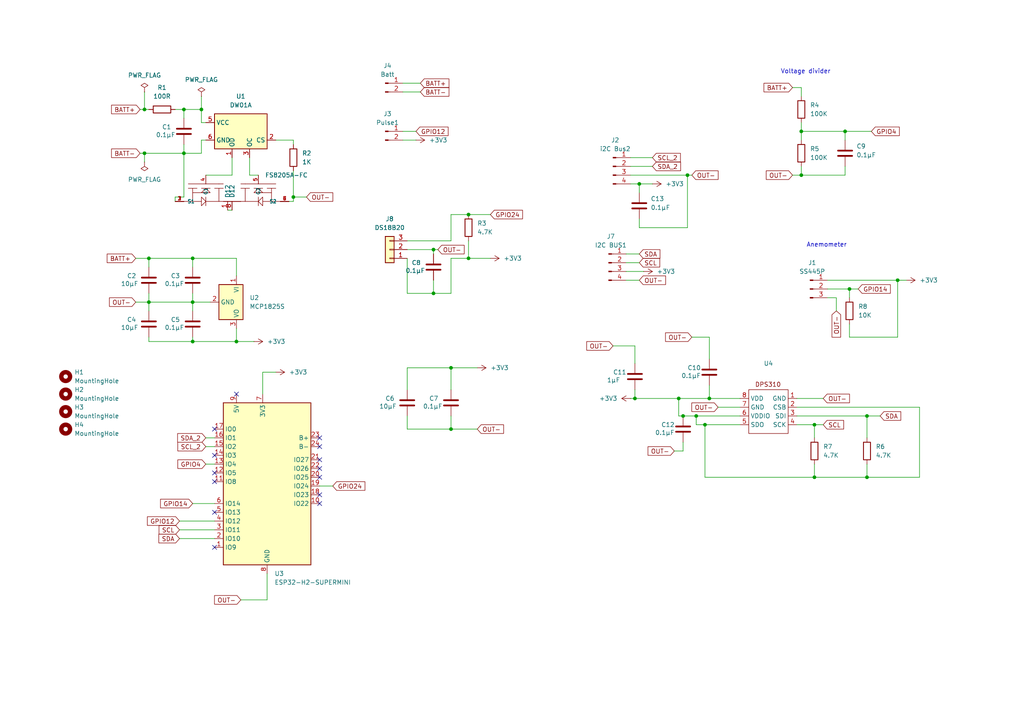
<source format=kicad_sch>
(kicad_sch (version 20250114) (generator "eeschema") (generator_version "9.0")
  (paper "A4")
  (lib_symbols
    (symbol "Battery_Management:DW01A"
      (property "Reference" "U" (at -6.604 6.35 0))
      (property "Value" "DW01A" (at 4.318 6.604 0))
      (symbol "DW01A_0_1"
        (pin power_in line (at -10.16 2.54 0) (length 2.54) (name "VCC") (number "5"))
        (pin power_in line (at -10.16 -2.54 0) (length 2.54) (name "GND") (number "6"))
        (pin output line (at -2.54 -7.62 90) (length 2.54) (name "OD") (number "1"))
        (pin output line (at 2.54 -7.62 90) (length 2.54) (name "OC") (number "3"))
        (pin input line (at 10.16 -2.54 180) (length 2.54) (name "CS") (number "2"))
      )
      (symbol "DW01A_1_1"
        (rectangle (start -7.62 5.08) (end 7.62 -5.08) (stroke (width 0.254)) (fill (type background)))
        (pin no_connect line (at 10.16 2.54 180) (length 2.54) (hide yes) (name "TD") (number "4"))
      )
    )
    (symbol "Connector:Conn_01x02_Pin" (pin_names (offset 1.016) (hide yes))
      (property "Reference" "J" (at 0 2.54 0))
      (property "Value" "Conn_01x02_Pin" (at 0 -5.08 0))
      (symbol "Conn_01x02_Pin_1_1"
        (rectangle (start 0.8636 0.127) (end 0 -0.127) (stroke (width 0.1524)) (fill (type outline)))
        (rectangle (start 0.8636 -2.413) (end 0 -2.667) (stroke (width 0.1524)) (fill (type outline)))
        (polyline (pts (xy 1.27 0) (xy 0.8636 0)) (stroke (width 0.1524)))
        (polyline (pts (xy 1.27 -2.54) (xy 0.8636 -2.54)) (stroke (width 0.1524)))
        (pin passive line (at 5.08 0 180) (length 3.81) (name "Pin_1") (number "1"))
        (pin passive line (at 5.08 -2.54 180) (length 3.81) (name "Pin_2") (number "2"))
      )
    )
    (symbol "Connector:Conn_01x03_Pin" (pin_names (offset 1.016) (hide yes))
      (property "Reference" "J" (at 0 5.08 0))
      (property "Value" "Conn_01x03_Pin" (at 0 -5.08 0))
      (symbol "Conn_01x03_Pin_1_1"
        (rectangle (start 0.8636 2.667) (end 0 2.413) (stroke (width 0.1524)) (fill (type outline)))
        (rectangle (start 0.8636 0.127) (end 0 -0.127) (stroke (width 0.1524)) (fill (type outline)))
        (rectangle (start 0.8636 -2.413) (end 0 -2.667) (stroke (width 0.1524)) (fill (type outline)))
        (polyline (pts (xy 1.27 2.54) (xy 0.8636 2.54)) (stroke (width 0.1524)))
        (polyline (pts (xy 1.27 0) (xy 0.8636 0)) (stroke (width 0.1524)))
        (polyline (pts (xy 1.27 -2.54) (xy 0.8636 -2.54)) (stroke (width 0.1524)))
        (pin passive line (at 5.08 2.54 180) (length 3.81) (name "Pin_1") (number "1"))
        (pin passive line (at 5.08 0 180) (length 3.81) (name "Pin_2") (number "2"))
        (pin passive line (at 5.08 -2.54 180) (length 3.81) (name "Pin_3") (number "3"))
      )
    )
    (symbol "Connector:Conn_01x04_Pin" (pin_names (offset 1.016) (hide yes))
      (property "Reference" "J" (at 0 5.08 0))
      (property "Value" "Conn_01x04_Pin" (at 0 -7.62 0))
      (symbol "Conn_01x04_Pin_1_1"
        (rectangle (start 0.8636 2.667) (end 0 2.413) (stroke (width 0.1524)) (fill (type outline)))
        (rectangle (start 0.8636 0.127) (end 0 -0.127) (stroke (width 0.1524)) (fill (type outline)))
        (rectangle (start 0.8636 -2.413) (end 0 -2.667) (stroke (width 0.1524)) (fill (type outline)))
        (rectangle (start 0.8636 -4.953) (end 0 -5.207) (stroke (width 0.1524)) (fill (type outline)))
        (polyline (pts (xy 1.27 2.54) (xy 0.8636 2.54)) (stroke (width 0.1524)))
        (polyline (pts (xy 1.27 0) (xy 0.8636 0)) (stroke (width 0.1524)))
        (polyline (pts (xy 1.27 -2.54) (xy 0.8636 -2.54)) (stroke (width 0.1524)))
        (polyline (pts (xy 1.27 -5.08) (xy 0.8636 -5.08)) (stroke (width 0.1524)))
        (pin passive line (at 5.08 2.54 180) (length 3.81) (name "Pin_1") (number "1"))
        (pin passive line (at 5.08 0 180) (length 3.81) (name "Pin_2") (number "2"))
        (pin passive line (at 5.08 -2.54 180) (length 3.81) (name "Pin_3") (number "3"))
        (pin passive line (at 5.08 -5.08 180) (length 3.81) (name "Pin_4") (number "4"))
      )
    )
    (symbol "Connector_Generic:Conn_01x03" (pin_names (offset 1.016) (hide yes))
      (property "Reference" "J" (at 0 5.08 0))
      (property "Value" "Conn_01x03" (at 0 -5.08 0))
      (symbol "Conn_01x03_1_1"
        (rectangle (start -1.27 3.81) (end 1.27 -3.81) (stroke (width 0.254)) (fill (type background)))
        (rectangle (start -1.27 2.667) (end 0 2.413) (stroke (width 0.1524)))
        (rectangle (start -1.27 0.127) (end 0 -0.127) (stroke (width 0.1524)))
        (rectangle (start -1.27 -2.413) (end 0 -2.667) (stroke (width 0.1524)))
        (pin passive line (at -5.08 2.54 0) (length 3.81) (name "Pin_1") (number "1"))
        (pin passive line (at -5.08 0 0) (length 3.81) (name "Pin_2") (number "2"))
        (pin passive line (at -5.08 -2.54 0) (length 3.81) (name "Pin_3") (number "3"))
      )
    )
    (symbol "Device:C" (pin_numbers (hide yes)) (pin_names (offset 0.254))
      (property "Reference" "C" (at 0.635 2.54 0))
      (property "Value" "C" (at 0.635 -2.54 0))
      (symbol "C_0_1"
        (polyline (pts (xy -2.032 0.762) (xy 2.032 0.762)) (stroke (width 0.508)))
        (polyline (pts (xy -2.032 -0.762) (xy 2.032 -0.762)) (stroke (width 0.508)))
      )
      (symbol "C_1_1"
        (pin passive line (at 0 3.81 270) (length 2.794) (name "~") (number "1"))
        (pin passive line (at 0 -3.81 90) (length 2.794) (name "~") (number "2"))
      )
    )
    (symbol "Device:R" (pin_numbers (hide yes)) (pin_names (offset 0))
      (property "Reference" "R" (at 2.032 0 90))
      (property "Value" "R" (at 0 0 90))
      (symbol "R_0_1"
        (rectangle (start -1.016 -2.54) (end 1.016 2.54) (stroke (width 0.254)))
      )
      (symbol "R_1_1"
        (pin passive line (at 0 3.81 270) (length 1.27) (name "~") (number "1"))
        (pin passive line (at 0 -3.81 90) (length 1.27) (name "~") (number "2"))
      )
    )
    (symbol "ESP32H2-Supermini:ESP32-S3-MINI-1"
      (property "Reference" "U" (at -11.43 29.21 0))
      (property "Value" "ESP32-H2-SUPERMINI" (at 12.7 29.21 0))
      (symbol "ESP32-S3-MINI-1_0_1"
        (rectangle (start -12.7 27.94) (end 12.7 -19.05) (stroke (width 0.254)) (fill (type background)))
      )
      (symbol "ESP32-S3-MINI-1_1_1"
        (pin bidirectional line (at -15.24 20.32 0) (length 2.54) (name "IO0") (number "17"))
        (pin bidirectional line (at -15.24 17.78 0) (length 2.54) (name "IO1") (number "16"))
        (pin bidirectional line (at -15.24 15.24 0) (length 2.54) (name "IO2") (number "15"))
        (pin bidirectional line (at -15.24 12.7 0) (length 2.54) (name "IO3") (number "14"))
        (pin bidirectional line (at -15.24 10.16 0) (length 2.54) (name "IO4") (number "13"))
        (pin bidirectional line (at -15.24 7.62 0) (length 2.54) (name "IO5") (number "12"))
        (pin bidirectional line (at -15.24 5.08 0) (length 2.54) (name "IO8") (number "11"))
        (pin bidirectional line (at -15.24 -1.27 0) (length 2.54) (name "IO14") (number "6"))
        (pin bidirectional line (at -15.24 -3.81 0) (length 2.54) (name "IO13") (number "5"))
        (pin bidirectional line (at -15.24 -6.35 0) (length 2.54) (name "IO12") (number "4"))
        (pin bidirectional line (at -15.24 -8.89 0) (length 2.54) (name "IO11") (number "3"))
        (pin bidirectional line (at -15.24 -11.43 0) (length 2.54) (name "IO10") (number "2"))
        (pin bidirectional line (at -15.24 -13.97 0) (length 2.54) (name "IO9") (number "1"))
        (pin power_in line (at -8.89 30.48 270) (length 2.54) (name "5V") (number "9"))
        (pin power_in line (at -1.27 30.48 270) (length 2.54) (name "3V3") (number "7"))
        (pin power_out line (at 0 -21.59 90) (length 2.54) (name "GND") (number "8"))
        (pin bidirectional line (at 15.24 17.78 180) (length 2.54) (name "B+") (number "23"))
        (pin bidirectional line (at 15.24 15.24 180) (length 2.54) (name "B-") (number "24"))
        (pin bidirectional line (at 15.24 11.43 180) (length 2.54) (name "IO27") (number "21"))
        (pin bidirectional line (at 15.24 8.89 180) (length 2.54) (name "IO26") (number "22"))
        (pin bidirectional line (at 15.24 6.35 180) (length 2.54) (name "IO25") (number "20"))
        (pin bidirectional line (at 15.24 3.81 180) (length 2.54) (name "IO24") (number "19"))
        (pin bidirectional line (at 15.24 1.27 180) (length 2.54) (name "IO23") (number "18"))
        (pin bidirectional line (at 15.24 -1.27 180) (length 2.54) (name "IO22") (number "10"))
      )
    )
    (symbol "FS8205A:FS8205A-FC" (pin_names (offset 1.016))
      (property "Value" "FS8205A-FC" (at -12.065 13.335 90))
      (symbol "FS8205A-FC_0_1"
        (polyline (pts (xy -6.35 6.35) (xy -7.62 6.35)))
        (polyline (pts (xy -6.35 6.35) (xy -6.35 2.54)))
        (polyline (pts (xy -6.35 6.35) (xy -5.08 6.35)))
        (polyline (pts (xy -3.81 6.35) (xy -2.54 6.35)))
        (polyline (pts (xy -3.81 2.54) (xy -8.89 2.54)))
        (polyline (pts (xy -2.54 6.35) (xy -3.81 5.08) (xy -1.27 5.08) (xy -2.54 6.35)))
        (polyline (pts (xy -2.54 5.08) (xy -6.35 5.08)))
        (polyline (pts (xy -2.54 3.81) (xy -2.54 1.27)))
        (polyline (pts (xy -2.54 2.54) (xy 7.62 2.54)))
        (polyline (pts (xy -2.54 2.54) (xy -3.81 3.81) (xy -3.81 1.27) (xy -2.54 2.54)))
        (polyline (pts (xy -1.27 6.35) (xy -2.54 6.35)))
        (polyline (pts (xy 1.27 7.62) (xy -7.62 7.62)))
        (polyline (pts (xy 1.27 2.54) (xy 1.27 6.35) (xy 0 6.35) (xy 2.54 6.35)))
        (polyline (pts (xy 2.54 7.62) (xy 1.27 7.62)))
        (polyline (pts (xy 7.62 7.62) (xy 8.89 7.62)))
        (polyline (pts (xy 8.89 7.62) (xy 17.78 7.62)))
        (polyline (pts (xy 8.89 2.54) (xy 8.89 6.35) (xy 10.16 6.35) (xy 7.62 6.35)))
        (polyline (pts (xy 11.43 6.35) (xy 12.7 6.35)))
        (polyline (pts (xy 12.7 6.35) (xy 13.97 5.08) (xy 11.43 5.08) (xy 12.7 6.35)))
        (polyline (pts (xy 12.7 5.08) (xy 16.51 5.08)))
        (polyline (pts (xy 12.7 3.81) (xy 12.7 1.27)))
        (polyline (pts (xy 12.7 2.54) (xy 2.54 2.54)))
        (polyline (pts (xy 12.7 2.54) (xy 13.97 3.81) (xy 13.97 1.27) (xy 12.7 2.54)))
        (polyline (pts (xy 13.97 6.35) (xy 12.7 6.35)))
        (polyline (pts (xy 13.97 2.54) (xy 19.05 2.54)))
        (polyline (pts (xy 16.51 6.35) (xy 15.24 6.35)))
        (polyline (pts (xy 16.51 6.35) (xy 16.51 2.54)))
        (polyline (pts (xy 16.51 6.35) (xy 17.78 6.35)))
      )
      (symbol "FS8205A-FC_1_0"
        (pin passive line (at -11.43 2.54 0) (length 2.54) (name "S1") (number "2"))
        (pin passive line (at -11.43 2.54 0) (length 2.54) (name "S1") (number "3"))
        (pin passive line (at -2.54 10.16 270) (length 2.54) (name "G1") (number "4"))
        (pin passive line (at 12.7 10.16 270) (length 2.54) (name "G2") (number "5"))
        (pin passive line (at 21.59 2.54 180) (length 2.54) (name "S2") (number "6"))
        (pin passive line (at 21.59 2.54 180) (length 2.54) (name "S2") (number "7"))
      )
      (symbol "FS8205A-FC_1_1"
        (pin passive line (at 3.81 0 90) (length 2.54) (name "D12") (number "1"))
        (pin passive line (at 5.08 0 90) (length 2.54) (name "D12") (number "8"))
      )
    )
    (symbol "Mechanical:MountingHole" (pin_names (offset 1.016)) (in_bom no)
      (property "Reference" "H" (at 0 5.08 0))
      (property "Value" "MountingHole" (at 0 3.175 0))
      (symbol "MountingHole_0_1"
        (circle (center 0 0) (radius 1.27) (stroke (width 1.27)))
      )
    )
    (symbol "Regulator_Linear:MCP1825S"
      (property "Reference" "U" (at -3.81 3.175 0))
      (property "Value" "MCP1825S" (at 0 3.175 0))
      (symbol "MCP1825S_0_1"
        (rectangle (start -5.08 1.905) (end 5.08 -5.08) (stroke (width 0.254)) (fill (type background)))
      )
      (symbol "MCP1825S_1_1"
        (pin power_in line (at -7.62 0 0) (length 2.54) (name "VI") (number "1"))
        (pin power_in line (at 0 -7.62 90) (length 2.54) (name "GND") (number "2"))
        (pin power_out line (at 7.62 0 180) (length 2.54) (name "VO") (number "3"))
      )
    )
    (symbol "caelum:DPS310"
      (property "Reference" "U" (at 0 -7.112 0))
      (symbol "DPS310_0_1"
        (rectangle (start -6.35 7.62) (end 5.08 -5.08))
      )
      (symbol "DPS310_1_1"
        (text "DPS310" (at -0.762 9.144 0) (effects (font (size 1.27 1.27))))
        (pin power_in line (at -8.89 5.08 0) (length 2.54) (name "VDD") (number "8"))
        (pin power_in line (at -8.89 2.54 0) (length 2.54) (name "GND") (number "7"))
        (pin power_in line (at -8.89 0 0) (length 2.54) (name "VDDIO") (number "6"))
        (pin input line (at -8.89 -2.54 0) (length 2.54) (name "SDO") (number "5"))
        (pin power_in line (at 7.62 5.08 180) (length 2.54) (name "GND") (number "1"))
        (pin input line (at 7.62 2.54 180) (length 2.54) (name "CSB") (number "2"))
        (pin bidirectional line (at 7.62 0 180) (length 2.54) (name "SDI") (number "3"))
        (pin input line (at 7.62 -2.54 180) (length 2.54) (name "SCK") (number "4"))
      )
    )
    (symbol "power:+3V3" (power) (pin_numbers (hide yes)) (pin_names (offset 0) (hide yes))
      (property "Value" "+3V3" (at 0 3.556 0))
      (symbol "+3V3_0_1"
        (polyline (pts (xy -0.762 1.27) (xy 0 2.54)))
        (polyline (pts (xy 0 2.54) (xy 0.762 1.27)))
        (polyline (pts (xy 0 0) (xy 0 2.54)))
      )
      (symbol "+3V3_1_1"
        (pin power_in line (at 0 0 90) (length 0) (name "~") (number "1"))
      )
    )
    (symbol "power:PWR_FLAG" (power) (pin_numbers (hide yes)) (pin_names (offset 0) (hide yes))
      (property "Value" "PWR_FLAG" (at 0 3.81 0))
      (symbol "PWR_FLAG_0_0"
        (pin power_out line (at 0 0 90) (length 0) (name "~") (number "1"))
      )
      (symbol "PWR_FLAG_0_1"
        (polyline (pts (xy 0 0) (xy 0 1.27) (xy -1.016 1.905) (xy 0 2.54) (xy 1.016 1.905) (xy 0 1.27)))
      )
    )
  )
  (text "Anemometer" (at 239.776 71.12 0) (effects (font (size 1.27 1.27))))
  (text "Voltage divider" (at 233.68 20.828 0) (effects (font (size 1.27 1.27))))
  (junction (at 205.74 115.57))
  (junction (at 245.11 38.1))
  (junction (at 41.91 44.45))
  (junction (at 68.58 99.06))
  (junction (at 204.47 123.19))
  (junction (at 196.85 115.57))
  (junction (at 246.38 83.82))
  (junction (at 199.39 50.8))
  (junction (at 260.35 81.28))
  (junction (at 130.81 106.68))
  (junction (at 41.91 31.75))
  (junction (at 232.41 38.1))
  (junction (at 125.73 72.39))
  (junction (at 55.88 99.06))
  (junction (at 130.81 124.46))
  (junction (at 201.93 120.65))
  (junction (at 251.46 120.65))
  (junction (at 85.09 57.15))
  (junction (at 236.22 138.43))
  (junction (at 198.12 120.65))
  (junction (at 58.42 31.75))
  (junction (at 135.89 74.93))
  (junction (at 185.42 53.34))
  (junction (at 53.34 44.45))
  (junction (at 125.73 85.09))
  (junction (at 43.18 74.93))
  (junction (at 55.88 74.93))
  (junction (at 184.15 115.57))
  (junction (at 55.88 87.63))
  (junction (at 232.41 50.8))
  (junction (at 236.22 123.19))
  (junction (at 135.89 62.23))
  (junction (at 43.18 87.63))
  (junction (at 251.46 138.43))
  (junction (at 53.34 31.75))
  (no_connect (at 92.71 138.43))
  (no_connect (at 62.23 139.7))
  (no_connect (at 62.23 158.75))
  (no_connect (at 92.71 146.05))
  (no_connect (at 92.71 135.89))
  (no_connect (at 92.71 127))
  (no_connect (at 62.23 137.16))
  (no_connect (at 68.58 114.3))
  (no_connect (at 62.23 132.08))
  (no_connect (at 62.23 124.46))
  (no_connect (at 62.23 148.59))
  (no_connect (at 92.71 129.54))
  (no_connect (at 92.71 133.35))
  (no_connect (at 92.71 143.51))
  (wire (pts (xy 185.42 66.04) (xy 199.39 66.04)))
  (wire (pts (xy 85.09 57.15) (xy 88.9 57.15)))
  (wire (pts (xy 251.46 120.65) (xy 251.46 127)))
  (wire (pts (xy 205.74 111.76) (xy 205.74 115.57)))
  (wire (pts (xy 50.8 57.15) (xy 53.34 57.15)))
  (wire (pts (xy 229.87 25.4) (xy 232.41 25.4)))
  (wire (pts (xy 236.22 138.43) (xy 204.47 138.43)))
  (wire (pts (xy 246.38 83.82) (xy 248.92 83.82)))
  (wire (pts (xy 251.46 134.62) (xy 251.46 138.43)))
  (wire (pts (xy 39.37 87.63) (xy 43.18 87.63)))
  (wire (pts (xy 232.41 25.4) (xy 232.41 27.94)))
  (wire (pts (xy 266.7 118.11) (xy 266.7 138.43)))
  (wire (pts (xy 130.81 69.85) (xy 130.81 62.23)))
  (wire (pts (xy 185.42 53.34) (xy 185.42 55.88)))
  (wire (pts (xy 76.2 107.95) (xy 80.01 107.95)))
  (wire (pts (xy 116.84 26.67) (xy 121.92 26.67)))
  (wire (pts (xy 43.18 74.93) (xy 43.18 77.47)))
  (wire (pts (xy 59.69 129.54) (xy 62.23 129.54)))
  (wire (pts (xy 53.34 31.75) (xy 58.42 31.75)))
  (wire (pts (xy 229.87 50.8) (xy 232.41 50.8)))
  (wire (pts (xy 196.85 120.65) (xy 196.85 115.57)))
  (wire (pts (xy 196.85 115.57) (xy 205.74 115.57)))
  (wire (pts (xy 118.11 72.39) (xy 125.73 72.39)))
  (wire (pts (xy 204.47 123.19) (xy 201.93 123.19)))
  (wire (pts (xy 58.42 35.56) (xy 59.69 35.56)))
  (wire (pts (xy 130.81 106.68) (xy 138.43 106.68)))
  (wire (pts (xy 43.18 99.06) (xy 43.18 97.79)))
  (wire (pts (xy 92.71 140.97) (xy 96.52 140.97)))
  (wire (pts (xy 68.58 99.06) (xy 73.66 99.06)))
  (wire (pts (xy 232.41 38.1) (xy 232.41 40.64)))
  (wire (pts (xy 40.64 31.75) (xy 41.91 31.75)))
  (wire (pts (xy 50.8 31.75) (xy 53.34 31.75)))
  (wire (pts (xy 130.81 62.23) (xy 135.89 62.23)))
  (wire (pts (xy 251.46 120.65) (xy 255.27 120.65)))
  (wire (pts (xy 41.91 31.75) (xy 43.18 31.75)))
  (wire (pts (xy 43.18 99.06) (xy 55.88 99.06)))
  (wire (pts (xy 50.8 58.42) (xy 50.8 57.15)))
  (wire (pts (xy 58.42 40.64) (xy 58.42 44.45)))
  (wire (pts (xy 83.82 58.42) (xy 85.09 58.42)))
  (wire (pts (xy 245.11 38.1) (xy 252.73 38.1)))
  (wire (pts (xy 41.91 44.45) (xy 53.34 44.45)))
  (wire (pts (xy 260.35 81.28) (xy 262.89 81.28)))
  (wire (pts (xy 251.46 138.43) (xy 236.22 138.43)))
  (wire (pts (xy 118.11 124.46) (xy 118.11 120.65)))
  (wire (pts (xy 232.41 38.1) (xy 245.11 38.1)))
  (wire (pts (xy 59.69 40.64) (xy 58.42 40.64)))
  (wire (pts (xy 214.63 120.65) (xy 201.93 120.65)))
  (wire (pts (xy 130.81 124.46) (xy 118.11 124.46)))
  (wire (pts (xy 55.88 85.09) (xy 55.88 87.63)))
  (wire (pts (xy 135.89 74.93) (xy 130.81 74.93)))
  (wire (pts (xy 195.58 130.81) (xy 198.12 130.81)))
  (wire (pts (xy 246.38 83.82) (xy 246.38 86.36)))
  (wire (pts (xy 181.61 78.74) (xy 186.69 78.74)))
  (wire (pts (xy 55.88 87.63) (xy 60.96 87.63)))
  (wire (pts (xy 52.07 151.13) (xy 62.23 151.13)))
  (wire (pts (xy 55.88 99.06) (xy 68.58 99.06)))
  (wire (pts (xy 232.41 50.8) (xy 245.11 50.8)))
  (wire (pts (xy 231.14 118.11) (xy 266.7 118.11)))
  (wire (pts (xy 231.14 123.19) (xy 236.22 123.19)))
  (wire (pts (xy 55.88 77.47) (xy 55.88 74.93)))
  (wire (pts (xy 130.81 120.65) (xy 130.81 124.46)))
  (wire (pts (xy 68.58 80.01) (xy 68.58 74.93)))
  (wire (pts (xy 204.47 138.43) (xy 204.47 123.19)))
  (wire (pts (xy 58.42 27.94) (xy 58.42 31.75)))
  (wire (pts (xy 231.14 120.65) (xy 251.46 120.65)))
  (wire (pts (xy 182.88 48.26) (xy 189.23 48.26)))
  (wire (pts (xy 184.15 113.03) (xy 184.15 115.57)))
  (wire (pts (xy 43.18 87.63) (xy 43.18 90.17)))
  (wire (pts (xy 59.69 127) (xy 62.23 127)))
  (wire (pts (xy 232.41 50.8) (xy 232.41 48.26)))
  (wire (pts (xy 58.42 44.45) (xy 53.34 44.45)))
  (wire (pts (xy 41.91 26.67) (xy 41.91 31.75)))
  (wire (pts (xy 118.11 74.93) (xy 118.11 85.09)))
  (wire (pts (xy 236.22 134.62) (xy 236.22 138.43)))
  (wire (pts (xy 135.89 62.23) (xy 142.24 62.23)))
  (wire (pts (xy 182.88 115.57) (xy 184.15 115.57)))
  (wire (pts (xy 43.18 85.09) (xy 43.18 87.63)))
  (wire (pts (xy 118.11 106.68) (xy 130.81 106.68)))
  (wire (pts (xy 125.73 85.09) (xy 125.73 81.28)))
  (wire (pts (xy 85.09 40.64) (xy 85.09 41.91)))
  (wire (pts (xy 125.73 72.39) (xy 125.73 73.66)))
  (wire (pts (xy 130.81 106.68) (xy 130.81 113.03)))
  (wire (pts (xy 53.34 57.15) (xy 53.34 44.45)))
  (wire (pts (xy 66.04 60.96) (xy 67.31 60.96)))
  (wire (pts (xy 242.57 86.36) (xy 240.03 86.36)))
  (wire (pts (xy 181.61 73.66) (xy 185.42 73.66)))
  (wire (pts (xy 236.22 123.19) (xy 236.22 127)))
  (wire (pts (xy 40.64 44.45) (xy 41.91 44.45)))
  (wire (pts (xy 208.28 118.11) (xy 214.63 118.11)))
  (wire (pts (xy 43.18 87.63) (xy 55.88 87.63)))
  (wire (pts (xy 118.11 85.09) (xy 125.73 85.09)))
  (wire (pts (xy 69.85 173.99) (xy 77.47 173.99)))
  (wire (pts (xy 72.39 50.8) (xy 72.39 45.72)))
  (wire (pts (xy 80.01 40.64) (xy 85.09 40.64)))
  (wire (pts (xy 53.34 41.91) (xy 53.34 44.45)))
  (wire (pts (xy 205.74 104.14) (xy 205.74 97.79)))
  (wire (pts (xy 77.47 173.99) (xy 77.47 166.37)))
  (wire (pts (xy 55.88 87.63) (xy 55.88 90.17)))
  (wire (pts (xy 198.12 120.65) (xy 201.93 120.65)))
  (wire (pts (xy 242.57 90.17) (xy 242.57 86.36)))
  (wire (pts (xy 55.88 146.05) (xy 62.23 146.05)))
  (wire (pts (xy 184.15 100.33) (xy 184.15 105.41)))
  (wire (pts (xy 185.42 63.5) (xy 185.42 66.04)))
  (wire (pts (xy 240.03 83.82) (xy 246.38 83.82)))
  (wire (pts (xy 52.07 153.67) (xy 62.23 153.67)))
  (wire (pts (xy 199.39 50.8) (xy 200.66 50.8)))
  (wire (pts (xy 182.88 45.72) (xy 189.23 45.72)))
  (wire (pts (xy 135.89 69.85) (xy 135.89 74.93)))
  (wire (pts (xy 52.07 156.21) (xy 62.23 156.21)))
  (wire (pts (xy 266.7 138.43) (xy 251.46 138.43)))
  (wire (pts (xy 199.39 66.04) (xy 199.39 50.8)))
  (wire (pts (xy 85.09 58.42) (xy 85.09 57.15)))
  (wire (pts (xy 236.22 123.19) (xy 238.76 123.19)))
  (wire (pts (xy 142.24 74.93) (xy 135.89 74.93)))
  (wire (pts (xy 260.35 97.79) (xy 260.35 81.28)))
  (wire (pts (xy 130.81 74.93) (xy 130.81 85.09)))
  (wire (pts (xy 205.74 97.79) (xy 200.66 97.79)))
  (wire (pts (xy 232.41 35.56) (xy 232.41 38.1)))
  (wire (pts (xy 240.03 81.28) (xy 260.35 81.28)))
  (wire (pts (xy 182.88 50.8) (xy 199.39 50.8)))
  (wire (pts (xy 76.2 114.3) (xy 76.2 107.95)))
  (wire (pts (xy 41.91 44.45) (xy 41.91 46.99)))
  (wire (pts (xy 118.11 69.85) (xy 130.81 69.85)))
  (wire (pts (xy 43.18 74.93) (xy 55.88 74.93)))
  (wire (pts (xy 74.93 50.8) (xy 72.39 50.8)))
  (wire (pts (xy 138.43 124.46) (xy 130.81 124.46)))
  (wire (pts (xy 181.61 76.2) (xy 185.42 76.2)))
  (wire (pts (xy 181.61 81.28) (xy 185.42 81.28)))
  (wire (pts (xy 198.12 130.81) (xy 198.12 128.27)))
  (wire (pts (xy 182.88 53.34) (xy 185.42 53.34)))
  (wire (pts (xy 231.14 115.57) (xy 238.76 115.57)))
  (wire (pts (xy 130.81 85.09) (xy 125.73 85.09)))
  (wire (pts (xy 196.85 120.65) (xy 198.12 120.65)))
  (wire (pts (xy 185.42 53.34) (xy 189.23 53.34)))
  (wire (pts (xy 125.73 72.39) (xy 127 72.39)))
  (wire (pts (xy 59.69 134.62) (xy 62.23 134.62)))
  (wire (pts (xy 67.31 50.8) (xy 59.69 50.8)))
  (wire (pts (xy 67.31 45.72) (xy 67.31 50.8)))
  (wire (pts (xy 201.93 123.19) (xy 201.93 120.65)))
  (wire (pts (xy 43.18 74.93) (xy 39.37 74.93)))
  (wire (pts (xy 245.11 50.8) (xy 245.11 48.26)))
  (wire (pts (xy 68.58 95.25) (xy 68.58 99.06)))
  (wire (pts (xy 116.84 38.1) (xy 120.65 38.1)))
  (wire (pts (xy 214.63 123.19) (xy 204.47 123.19)))
  (wire (pts (xy 177.8 100.33) (xy 184.15 100.33)))
  (wire (pts (xy 58.42 31.75) (xy 58.42 35.56)))
  (wire (pts (xy 116.84 40.64) (xy 120.65 40.64)))
  (wire (pts (xy 116.84 24.13) (xy 121.92 24.13)))
  (wire (pts (xy 85.09 49.53) (xy 85.09 57.15)))
  (wire (pts (xy 246.38 93.98) (xy 246.38 97.79)))
  (wire (pts (xy 245.11 38.1) (xy 245.11 40.64)))
  (wire (pts (xy 53.34 31.75) (xy 53.34 34.29)))
  (wire (pts (xy 55.88 74.93) (xy 68.58 74.93)))
  (wire (pts (xy 118.11 113.03) (xy 118.11 106.68)))
  (wire (pts (xy 184.15 115.57) (xy 196.85 115.57)))
  (wire (pts (xy 246.38 97.79) (xy 260.35 97.79)))
  (wire (pts (xy 205.74 115.57) (xy 214.63 115.57)))
  (wire (pts (xy 55.88 99.06) (xy 55.88 97.79)))
  (global_label "SDA_2" (shape input) (at 59.69 127 180) (property "Intersheetrefs" "${INTERSHEET_REFS}" (effects (hide yes))))
  (global_label "SCL" (shape input) (at 185.42 76.2 0) (property "Intersheetrefs" "${INTERSHEET_REFS}" (effects (hide yes))))
  (global_label "OUT-" (shape input) (at 39.37 87.63 180) (property "Intersheetrefs" "${INTERSHEET_REFS}" (effects (hide yes))))
  (global_label "OUT-" (shape input) (at 200.66 97.79 180) (property "Intersheetrefs" "${INTERSHEET_REFS}" (effects (hide yes))))
  (global_label "GPIO4" (shape input) (at 59.69 134.62 180) (property "Intersheetrefs" "${INTERSHEET_REFS}" (effects (hide yes))))
  (global_label "OUT-" (shape input) (at 69.85 173.99 180) (property "Intersheetrefs" "${INTERSHEET_REFS}" (effects (hide yes))))
  (global_label "OUT-" (shape input) (at 200.66 50.8 0) (property "Intersheetrefs" "${INTERSHEET_REFS}" (effects (hide yes))))
  (global_label "OUT-" (shape input) (at 195.58 130.81 180) (property "Intersheetrefs" "${INTERSHEET_REFS}" (effects (hide yes))))
  (global_label "SDA" (shape input) (at 255.27 120.65 0) (property "Intersheetrefs" "${INTERSHEET_REFS}" (effects (hide yes))))
  (global_label "SDA_2" (shape input) (at 189.23 48.26 0) (property "Intersheetrefs" "${INTERSHEET_REFS}" (effects (hide yes))))
  (global_label "GPIO14" (shape input) (at 248.92 83.82 0) (property "Intersheetrefs" "${INTERSHEET_REFS}" (effects (hide yes))))
  (global_label "GPIO24" (shape input) (at 96.52 140.97 0) (property "Intersheetrefs" "${INTERSHEET_REFS}" (effects (hide yes))))
  (global_label "OUT-" (shape input) (at 229.87 50.8 180) (property "Intersheetrefs" "${INTERSHEET_REFS}" (effects (hide yes))))
  (global_label "SCL_2" (shape input) (at 189.23 45.72 0) (property "Intersheetrefs" "${INTERSHEET_REFS}" (effects (hide yes))))
  (global_label "GPIO14" (shape input) (at 55.88 146.05 180) (property "Intersheetrefs" "${INTERSHEET_REFS}" (effects (hide yes))))
  (global_label "OUT-" (shape input) (at 185.42 81.28 0) (property "Intersheetrefs" "${INTERSHEET_REFS}" (effects (hide yes))))
  (global_label "OUT-" (shape input) (at 177.8 100.33 180) (property "Intersheetrefs" "${INTERSHEET_REFS}" (effects (hide yes))))
  (global_label "GPIO4" (shape input) (at 252.73 38.1 0) (property "Intersheetrefs" "${INTERSHEET_REFS}" (effects (hide yes))))
  (global_label "BATT-" (shape input) (at 40.64 44.45 180) (property "Intersheetrefs" "${INTERSHEET_REFS}" (effects (hide yes))))
  (global_label "SDA" (shape input) (at 185.42 73.66 0) (property "Intersheetrefs" "${INTERSHEET_REFS}" (effects (hide yes))))
  (global_label "GPIO24" (shape input) (at 142.24 62.23 0) (property "Intersheetrefs" "${INTERSHEET_REFS}" (effects (hide yes))))
  (global_label "BATT+" (shape input) (at 39.37 74.93 180) (property "Intersheetrefs" "${INTERSHEET_REFS}" (effects (hide yes))))
  (global_label "OUT-" (shape input) (at 88.9 57.15 0) (property "Intersheetrefs" "${INTERSHEET_REFS}" (effects (hide yes))))
  (global_label "BATT-" (shape input) (at 121.92 26.67 0) (property "Intersheetrefs" "${INTERSHEET_REFS}" (effects (hide yes))))
  (global_label "OUT-" (shape input) (at 127 72.39 0) (property "Intersheetrefs" "${INTERSHEET_REFS}" (effects (hide yes))))
  (global_label "BATT+" (shape input) (at 121.92 24.13 0) (property "Intersheetrefs" "${INTERSHEET_REFS}" (effects (hide yes))))
  (global_label "BATT+" (shape input) (at 40.64 31.75 180) (property "Intersheetrefs" "${INTERSHEET_REFS}" (effects (hide yes))))
  (global_label "SCL_2" (shape input) (at 59.69 129.54 180) (property "Intersheetrefs" "${INTERSHEET_REFS}" (effects (hide yes))))
  (global_label "SDA" (shape input) (at 52.07 156.21 180) (property "Intersheetrefs" "${INTERSHEET_REFS}" (effects (hide yes))))
  (global_label "OUT-" (shape input) (at 242.57 90.17 270) (property "Intersheetrefs" "${INTERSHEET_REFS}" (effects (hide yes))))
  (global_label "BATT+" (shape input) (at 229.87 25.4 180) (property "Intersheetrefs" "${INTERSHEET_REFS}" (effects (hide yes))))
  (global_label "SCL" (shape input) (at 238.76 123.19 0) (property "Intersheetrefs" "${INTERSHEET_REFS}" (effects (hide yes))))
  (global_label "SCL" (shape input) (at 52.07 153.67 180) (property "Intersheetrefs" "${INTERSHEET_REFS}" (effects (hide yes))))
  (global_label "OUT-" (shape input) (at 138.43 124.46 0) (property "Intersheetrefs" "${INTERSHEET_REFS}" (effects (hide yes))))
  (global_label "GPIO12" (shape input) (at 52.07 151.13 180) (property "Intersheetrefs" "${INTERSHEET_REFS}" (effects (hide yes))))
  (global_label "GPIO12" (shape input) (at 120.65 38.1 0) (property "Intersheetrefs" "${INTERSHEET_REFS}" (effects (hide yes))))
  (global_label "OUT-" (shape input) (at 238.76 115.57 0) (property "Intersheetrefs" "${INTERSHEET_REFS}" (effects (hide yes))))
  (global_label "OUT-" (shape input) (at 208.28 118.11 180) (property "Intersheetrefs" "${INTERSHEET_REFS}" (effects (hide yes))))
  (symbol (lib_id "Mechanical:MountingHole") (at 19.05 114.3 0) (unit 1) (in_bom no)
    (property "Reference" "H2" (at 21.59 113.0299 0) (effects (justify left)))
    (property "Value" "MountingHole" (at 21.59 115.5699 0) (effects (justify left)))
    (property "Footprint" "MountingHole:MountingHole_2.2mm_M2" (effects (hide yes)))
    (property "Description" "Mounting Hole without connection" (effects (hide yes)))
  )
  (symbol (lib_id "Regulator_Linear:MCP1825S") (at 68.58 87.63 270) (unit 1)
    (property "Reference" "U2" (at 72.39 86.3599 90) (effects (justify left)))
    (property "Value" "MCP1825S" (at 72.39 88.8999 90) (effects (justify left)))
    (property "Footprint" "Package_TO_SOT_SMD:SOT-223-3_TabPin2" (effects (hide yes)))
    (property "Datasheet" "http://ww1.microchip.com/downloads/en/devicedoc/22056b.pdf" (effects (hide yes)))
    (property "Description" "500mA, Low-Voltage, Low Quiescent Current LDO Regulator, SOT-223, TO-220, TO-263" (effects (hide yes)))
  )
  (symbol (lib_id "Connector:Conn_01x03_Pin") (at 234.95 83.82 0) (unit 1)
    (property "Reference" "J1" (at 235.585 76.2 0))
    (property "Value" "SS445P" (at 235.585 78.74 0))
    (property "Footprint" "Connector_Hirose:Hirose_DF13C_CL535-0403-5-51_1x03-1MP_P1.25mm_Vertical" (effects (hide yes)))
    (property "Description" "Generic connector, single row, 01x03, script generated" (effects (hide yes)))
  )
  (symbol (lib_id "Connector:Conn_01x04_Pin") (at 177.8 48.26 0) (unit 1)
    (property "Reference" "J2" (at 178.435 40.64 0))
    (property "Value" "i2C Bus2" (at 178.435 43.18 0))
    (property "Footprint" "Connector_JST:JST_PH_B4B-PH-SM4-TB_1x04-1MP_P2.00mm_Vertical" (effects (hide yes)))
    (property "Description" "Generic connector, single row, 01x04, script generated" (effects (hide yes)))
  )
  (symbol (lib_id "power:+3V3") (at 182.88 115.57 90) (unit 1)
    (property "Reference" "#PWR08" (effects (hide yes)))
    (property "Value" "+3V3" (at 179.07 115.5699 90) (effects (justify left)))
    (property "Description" "Power symbol creates a global label with name \"+3V3\"" (effects (hide yes)))
  )
  (symbol (lib_id "Device:R") (at 246.38 90.17 180) (unit 1)
    (property "Reference" "R8" (at 248.92 88.8999 0) (effects (justify right)))
    (property "Value" "10K" (at 248.92 91.4399 0) (effects (justify right)))
    (property "Footprint" "Resistor_SMD:R_0805_2012Metric" (effects (hide yes)))
    (property "Description" "Resistor" (effects (hide yes)))
  )
  (symbol (lib_id "Device:C") (at 43.18 93.98 0) (unit 1)
    (property "Reference" "C4" (at 36.83 92.71 0) (effects (justify left)))
    (property "Value" "10µF" (at 35.052 94.996 0) (effects (justify left)))
    (property "Footprint" "Capacitor_SMD:C_0805_2012Metric" (effects (hide yes)))
    (property "Description" "Unpolarized capacitor" (effects (hide yes)))
  )
  (symbol (lib_id "Device:R") (at 232.41 31.75 180) (unit 1)
    (property "Reference" "R4" (at 234.95 30.4799 0) (effects (justify right)))
    (property "Value" "100K" (at 234.95 33.0199 0) (effects (justify right)))
    (property "Footprint" "Resistor_SMD:R_0805_2012Metric" (effects (hide yes)))
    (property "Description" "Resistor" (effects (hide yes)))
  )
  (symbol (lib_id "Device:R") (at 46.99 31.75 90) (unit 1)
    (property "Reference" "R1" (at 46.99 25.4 90))
    (property "Value" "100R" (at 46.99 27.94 90))
    (property "Footprint" "Resistor_SMD:R_0805_2012Metric" (effects (hide yes)))
    (property "Description" "Resistor" (effects (hide yes)))
  )
  (symbol (lib_id "Mechanical:MountingHole") (at 19.05 124.46 0) (unit 1) (in_bom no)
    (property "Reference" "H4" (at 21.59 123.1899 0) (effects (justify left)))
    (property "Value" "MountingHole" (at 21.59 125.7299 0) (effects (justify left)))
    (property "Footprint" "MountingHole:MountingHole_2.2mm_M2" (effects (hide yes)))
    (property "Description" "Mounting Hole without connection" (effects (hide yes)))
  )
  (symbol (lib_id "Device:C") (at 53.34 38.1 0) (unit 1)
    (property "Reference" "C1" (at 46.99 36.83 0) (effects (justify left)))
    (property "Value" "0.1µF" (at 45.212 39.116 0) (effects (justify left)))
    (property "Footprint" "Capacitor_SMD:C_0805_2012Metric" (effects (hide yes)))
    (property "Description" "Unpolarized capacitor" (effects (hide yes)))
  )
  (symbol (lib_id "power:PWR_FLAG") (at 58.42 27.94 0) (unit 1)
    (property "Reference" "#FLG01" (effects (hide yes)))
    (property "Value" "PWR_FLAG" (at 58.42 23.114 0))
    (property "Description" "Special symbol for telling ERC where power comes from" (effects (hide yes)))
  )
  (symbol (lib_id "Device:C") (at 118.11 116.84 0) (unit 1)
    (property "Reference" "C6" (at 111.76 115.57 0) (effects (justify left)))
    (property "Value" "10µF" (at 109.982 117.856 0) (effects (justify left)))
    (property "Footprint" "Capacitor_SMD:C_0805_2012Metric" (effects (hide yes)))
    (property "Description" "Unpolarized capacitor" (effects (hide yes)))
  )
  (symbol (lib_id "power:+3V3") (at 73.66 99.06 270) (unit 1)
    (property "Reference" "#PWR01" (effects (hide yes)))
    (property "Value" "+3V3" (at 77.47 99.0599 90) (effects (justify left)))
    (property "Description" "Power symbol creates a global label with name \"+3V3\"" (effects (hide yes)))
  )
  (symbol (lib_id "Device:R") (at 135.89 66.04 180) (unit 1)
    (property "Reference" "R3" (at 138.43 64.7699 0) (effects (justify right)))
    (property "Value" "4.7K" (at 138.43 67.3099 0) (effects (justify right)))
    (property "Footprint" "Resistor_SMD:R_0805_2012Metric" (effects (hide yes)))
    (property "Description" "Resistor" (effects (hide yes)))
  )
  (symbol (lib_id "power:+3V3") (at 186.69 78.74 270) (unit 1)
    (property "Reference" "#PWR05" (effects (hide yes)))
    (property "Value" "+3V3" (at 190.5 78.7399 90) (effects (justify left)))
    (property "Description" "Power symbol creates a global label with name \"+3V3\"" (effects (hide yes)))
  )
  (symbol (lib_id "Device:R") (at 85.09 45.72 0) (unit 1)
    (property "Reference" "R2" (at 87.63 44.4499 0) (effects (justify left)))
    (property "Value" "1K" (at 87.63 46.9899 0) (effects (justify left)))
    (property "Footprint" "Resistor_SMD:R_0805_2012Metric" (effects (hide yes)))
    (property "Description" "Resistor" (effects (hide yes)))
  )
  (symbol (lib_id "Device:C") (at 184.15 109.22 0) (unit 1)
    (property "Reference" "C11" (at 177.8 107.95 0) (effects (justify left)))
    (property "Value" "1µF" (at 176.022 110.236 0) (effects (justify left)))
    (property "Footprint" "Capacitor_SMD:C_0805_2012Metric" (effects (hide yes)))
    (property "Description" "Unpolarized capacitor" (effects (hide yes)))
  )
  (symbol (lib_id "Connector_Generic:Conn_01x03") (at 113.03 72.39 180) (unit 1)
    (property "Reference" "J8" (at 113.03 63.5 0))
    (property "Value" "DS18B20" (at 113.03 66.04 0))
    (property "Footprint" "Connector_Hirose:Hirose_DF13C_CL535-0403-5-51_1x03-1MP_P1.25mm_Vertical" (effects (hide yes)))
    (property "Description" "Generic connector, single row, 01x03, script generated (kicad-library-utils/schlib/autogen/connector/)" (effects (hide yes)))
  )
  (symbol (lib_id "Device:C") (at 55.88 93.98 0) (unit 1)
    (property "Reference" "C5" (at 49.53 92.71 0) (effects (justify left)))
    (property "Value" "0.1µF" (at 47.752 94.996 0) (effects (justify left)))
    (property "Footprint" "Capacitor_SMD:C_0805_2012Metric" (effects (hide yes)))
    (property "Description" "Unpolarized capacitor" (effects (hide yes)))
  )
  (symbol (lib_id "Connector:Conn_01x04_Pin") (at 176.53 76.2 0) (unit 1)
    (property "Reference" "J7" (at 177.165 68.58 0))
    (property "Value" "I2C BUS1" (at 177.165 71.12 0))
    (property "Footprint" "Connector_JST:JST_PH_S4B-PH-SM4-TB_1x04-1MP_P2.00mm_Horizontal" (effects (hide yes)))
    (property "Description" "Generic connector, single row, 01x04, script generated" (effects (hide yes)))
  )
  (symbol (lib_id "FS8205A:FS8205A-FC") (at 62.23 60.96 0) (unit 1)
    (property "Reference" "Q1" (effects (hide yes)))
    (property "Value" "FS8205A-FC" (at 76.8986 50.8 0) (effects (justify left)))
    (property "Footprint" "FS8205A:SOP65P640X120-8N-FC" (effects (hide yes)))
    (property "MF" "Fortune Semiconductor" (effects (hide yes)))
    (property "MAXIMUM_PACKAGE_HEIGHT" "1.2mm" (effects (hide yes)))
    (property "Package" "Package" (effects (hide yes)))
    (property "Price" "None" (effects (hide yes)))
    (property "Check_prices" "https://www.snapeda.com/parts/FS8205A/Fortune+Semiconductor/view-part/?ref=eda" (effects (hide yes)))
    (property "STANDARD" "IPC 7351B" (effects (hide yes)))
    (property "PARTREV" "1.7" (effects (hide yes)))
    (property "SnapEDA_Link" "https://www.snapeda.com/parts/FS8205A/Fortune+Semiconductor/view-part/?ref=snap" (effects (hide yes)))
    (property "MP" "FS8205A" (effects (hide yes)))
    (property "Availability" "In Stock" (effects (hide yes)))
    (property "MANUFACTURER" "Fortune Semiconductor" (effects (hide yes)))
  )
  (symbol (lib_id "power:+3V3") (at 262.89 81.28 270) (unit 1)
    (property "Reference" "#PWR012" (effects (hide yes)))
    (property "Value" "+3V3" (at 266.7 81.2799 90) (effects (justify left)))
    (property "Description" "Power symbol creates a global label with name \"+3V3\"" (effects (hide yes)))
  )
  (symbol (lib_id "power:PWR_FLAG") (at 41.91 46.99 180) (unit 1)
    (property "Reference" "#FLG02" (effects (hide yes)))
    (property "Value" "PWR_FLAG" (at 41.91 52.07 0))
    (property "Description" "Special symbol for telling ERC where power comes from" (effects (hide yes)))
  )
  (symbol (lib_id "Device:C") (at 130.81 116.84 0) (unit 1)
    (property "Reference" "C7" (at 124.46 115.57 0) (effects (justify left)))
    (property "Value" "0.1µF" (at 122.682 117.856 0) (effects (justify left)))
    (property "Footprint" "Capacitor_SMD:C_0805_2012Metric" (effects (hide yes)))
    (property "Description" "Unpolarized capacitor" (effects (hide yes)))
  )
  (symbol (lib_id "power:+3V3") (at 189.23 53.34 270) (unit 1)
    (property "Reference" "#PWR09" (effects (hide yes)))
    (property "Value" "+3V3" (at 193.04 53.3399 90) (effects (justify left)))
    (property "Description" "Power symbol creates a global label with name \"+3V3\"" (effects (hide yes)))
  )
  (symbol (lib_id "Mechanical:MountingHole") (at 19.05 119.38 0) (unit 1) (in_bom no)
    (property "Reference" "H3" (at 21.59 118.1099 0) (effects (justify left)))
    (property "Value" "MountingHole" (at 21.59 120.6499 0) (effects (justify left)))
    (property "Footprint" "MountingHole:MountingHole_2.2mm_M2" (effects (hide yes)))
    (property "Description" "Mounting Hole without connection" (effects (hide yes)))
  )
  (symbol (lib_id "power:+3V3") (at 120.65 40.64 270) (unit 1)
    (property "Reference" "#PWR04" (effects (hide yes)))
    (property "Value" "+3V3" (at 124.46 40.6399 90) (effects (justify left)))
    (property "Description" "Power symbol creates a global label with name \"+3V3\"" (effects (hide yes)))
  )
  (symbol (lib_id "Device:R") (at 251.46 130.81 0) (unit 1)
    (property "Reference" "R6" (at 254 129.5399 0) (effects (justify left)))
    (property "Value" "4.7K" (at 254 132.0799 0) (effects (justify left)))
    (property "Footprint" "Resistor_SMD:R_0805_2012Metric" (effects (hide yes)))
    (property "Description" "Resistor" (effects (hide yes)))
  )
  (symbol (lib_id "Device:C") (at 43.18 81.28 0) (unit 1)
    (property "Reference" "C2" (at 36.83 80.01 0) (effects (justify left)))
    (property "Value" "10µF" (at 35.052 82.296 0) (effects (justify left)))
    (property "Footprint" "Capacitor_SMD:C_0805_2012Metric" (effects (hide yes)))
    (property "Description" "Unpolarized capacitor" (effects (hide yes)))
  )
  (symbol (lib_id "Device:C") (at 55.88 81.28 0) (unit 1)
    (property "Reference" "C3" (at 49.53 80.01 0) (effects (justify left)))
    (property "Value" "0.1µF" (at 47.752 82.296 0) (effects (justify left)))
    (property "Footprint" "Capacitor_SMD:C_0805_2012Metric" (effects (hide yes)))
    (property "Description" "Unpolarized capacitor" (effects (hide yes)))
  )
  (symbol (lib_id "Device:C") (at 125.73 77.47 0) (unit 1)
    (property "Reference" "C8" (at 119.38 76.2 0) (effects (justify left)))
    (property "Value" "0.1µF" (at 117.602 78.486 0) (effects (justify left)))
    (property "Footprint" "Capacitor_SMD:C_0805_2012Metric" (effects (hide yes)))
    (property "Description" "Unpolarized capacitor" (effects (hide yes)))
  )
  (symbol (lib_id "Device:R") (at 236.22 130.81 0) (unit 1)
    (property "Reference" "R7" (at 238.76 129.5399 0) (effects (justify left)))
    (property "Value" "4.7K" (at 238.76 132.0799 0) (effects (justify left)))
    (property "Footprint" "Resistor_SMD:R_0805_2012Metric" (effects (hide yes)))
    (property "Description" "Resistor" (effects (hide yes)))
  )
  (symbol (lib_id "power:+3V3") (at 138.43 106.68 270) (unit 1)
    (property "Reference" "#PWR02" (effects (hide yes)))
    (property "Value" "+3V3" (at 142.24 106.6799 90) (effects (justify left)))
    (property "Description" "Power symbol creates a global label with name \"+3V3\"" (effects (hide yes)))
  )
  (symbol (lib_id "Device:C") (at 245.11 44.45 0) (unit 1)
    (property "Reference" "C9" (at 248.412 42.418 0) (effects (justify left)))
    (property "Value" "0.1µF" (at 248.412 44.958 0) (effects (justify left)))
    (property "Footprint" "Capacitor_SMD:C_0805_2012Metric" (effects (hide yes)))
    (property "Description" "Unpolarized capacitor" (effects (hide yes)))
  )
  (symbol (lib_id "Connector:Conn_01x02_Pin") (at 111.76 24.13 0) (unit 1)
    (property "Reference" "J4" (at 112.395 19.05 0))
    (property "Value" "Batt" (at 112.395 21.59 0))
    (property "Footprint" "Connector_PinHeader_2.54mm:PinHeader_1x02_P2.54mm_Vertical" (effects (hide yes)))
    (property "Description" "Generic connector, single row, 01x02, script generated" (effects (hide yes)))
  )
  (symbol (lib_id "power:PWR_FLAG") (at 41.91 26.67 0) (unit 1)
    (property "Reference" "#FLG03" (effects (hide yes)))
    (property "Value" "PWR_FLAG" (at 41.91 21.844 0))
    (property "Description" "Special symbol for telling ERC where power comes from" (effects (hide yes)))
  )
  (symbol (lib_id "power:+3V3") (at 142.24 74.93 270) (unit 1)
    (property "Reference" "#PWR07" (effects (hide yes)))
    (property "Value" "+3V3" (at 146.05 74.9299 90) (effects (justify left)))
    (property "Description" "Power symbol creates a global label with name \"+3V3\"" (effects (hide yes)))
  )
  (symbol (lib_id "caelum:DPS310") (at 223.52 120.65 0) (unit 1)
    (property "Reference" "U4" (at 222.885 105.41 0))
    (property "Footprint" "Package_LGA:Bosch_LGA-8_2x2.5mm_P0.65mm_ClockwisePinNumbering" (effects (hide yes)))
  )
  (symbol (lib_id "Device:C") (at 185.42 59.69 0) (unit 1)
    (property "Reference" "C13" (at 188.722 57.658 0) (effects (justify left)))
    (property "Value" "0.1µF" (at 188.722 60.198 0) (effects (justify left)))
    (property "Footprint" "Capacitor_SMD:C_0805_2012Metric" (effects (hide yes)))
    (property "Description" "Unpolarized capacitor" (effects (hide yes)))
  )
  (symbol (lib_id "Device:C") (at 205.74 107.95 0) (unit 1)
    (property "Reference" "C10" (at 199.39 106.68 0) (effects (justify left)))
    (property "Value" "0.1µF" (at 197.612 108.966 0) (effects (justify left)))
    (property "Footprint" "Capacitor_SMD:C_0805_2012Metric" (effects (hide yes)))
    (property "Description" "Unpolarized capacitor" (effects (hide yes)))
  )
  (symbol (lib_id "Device:R") (at 232.41 44.45 180) (unit 1)
    (property "Reference" "R5" (at 234.95 43.1799 0) (effects (justify right)))
    (property "Value" "100K" (at 234.95 45.7199 0) (effects (justify right)))
    (property "Footprint" "Resistor_SMD:R_0805_2012Metric" (effects (hide yes)))
    (property "Description" "Resistor" (effects (hide yes)))
  )
  (symbol (lib_id "ESP32H2-Supermini:ESP32-S3-MINI-1") (at 77.47 144.78 0) (unit 1)
    (property "Reference" "U3" (at 79.6133 166.37 0) (effects (justify left)))
    (property "Value" "ESP32-H2-SUPERMINI" (at 79.6133 168.91 0) (effects (justify left)))
    (property "Footprint" "esp32-h2-supermini:ESP32H2-Supermini" (effects (hide yes)))
    (property "Datasheet" "https://www.espressif.com/sites/default/files/documentation/esp32-h2_datasheet_en.pdf" (effects (hide yes)))
    (property "Description" "\"RF Module, ESP32-H2 SoC, Bluetooth 5.2 (LE), IEEE 802.15.4, 32-bit, 3.3V, SMD, onboard antenna.\"" (effects (hide yes)))
  )
  (symbol (lib_id "Device:C") (at 198.12 124.46 0) (unit 1)
    (property "Reference" "C12" (at 191.77 123.19 0) (effects (justify left)))
    (property "Value" "0.1µF" (at 189.992 125.476 0) (effects (justify left)))
    (property "Footprint" "Capacitor_SMD:C_0805_2012Metric" (effects (hide yes)))
    (property "Description" "Unpolarized capacitor" (effects (hide yes)))
  )
  (symbol (lib_id "Mechanical:MountingHole") (at 19.05 109.22 0) (unit 1) (in_bom no)
    (property "Reference" "H1" (at 21.59 107.9499 0) (effects (justify left)))
    (property "Value" "MountingHole" (at 21.59 110.4899 0) (effects (justify left)))
    (property "Footprint" "MountingHole:MountingHole_2.2mm_M2" (effects (hide yes)))
    (property "Description" "Mounting Hole without connection" (effects (hide yes)))
  )
  (symbol (lib_id "Connector:Conn_01x02_Pin") (at 111.76 38.1 0) (unit 1)
    (property "Reference" "J3" (at 112.395 33.02 0))
    (property "Value" "Pulse1" (at 112.395 35.56 0))
    (property "Footprint" "Connector_Hirose:Hirose_DF13C_CL535-0402-2-51_1x02-1MP_P1.25mm_Vertical" (effects (hide yes)))
    (property "Description" "Generic connector, single row, 01x02, script generated" (effects (hide yes)))
  )
  (symbol (lib_id "Battery_Management:DW01A") (at 69.85 38.1 0) (unit 1)
    (property "Reference" "U1" (at 69.85 27.94 0))
    (property "Value" "DW01A" (at 69.85 30.48 0))
    (property "Footprint" "Package_TO_SOT_SMD:SOT-23-6" (effects (hide yes)))
    (property "Datasheet" "https://hmsemi.com/downfile/DW01A.PDF" (effects (hide yes)))
    (property "Description" "Overcharge, overcurrent and overdischarge protection IC for single cell lithium-ion/polymer battery" (effects (hide yes)))
  )
  (symbol (lib_id "power:+3V3") (at 80.01 107.95 270) (unit 1)
    (property "Reference" "#PWR03" (effects (hide yes)))
    (property "Value" "+3V3" (at 83.82 107.9499 90) (effects (justify left)))
    (property "Description" "Power symbol creates a global label with name \"+3V3\"" (effects (hide yes)))
  )
)
</source>
